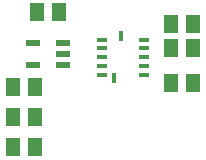
<source format=gbr>
G04 EAGLE Gerber RS-274X export*
G75*
%MOMM*%
%FSLAX34Y34*%
%LPD*%
%INSolderpaste Top*%
%IPPOS*%
%AMOC8*
5,1,8,0,0,1.08239X$1,22.5*%
G01*
%ADD10R,0.805000X0.350000*%
%ADD11R,0.400000X0.805000*%
%ADD12R,1.300000X1.500000*%
%ADD13R,1.200000X0.550000*%


D10*
X96575Y142000D03*
X96575Y134500D03*
X96575Y127000D03*
X96575Y119500D03*
X96575Y112000D03*
X132025Y112000D03*
X132025Y119500D03*
X132025Y127000D03*
X132025Y134500D03*
X132025Y142000D03*
D11*
X107150Y109275D03*
X112300Y144725D03*
D12*
X154800Y104900D03*
X173800Y104900D03*
X40060Y50800D03*
X21060Y50800D03*
D13*
X63801Y120200D03*
X63801Y129700D03*
X63801Y139200D03*
X37799Y139200D03*
X37799Y120200D03*
D12*
X60300Y165100D03*
X41300Y165100D03*
X39900Y101600D03*
X20900Y101600D03*
X39900Y76200D03*
X20900Y76200D03*
X154800Y155500D03*
X173800Y155500D03*
X154800Y135100D03*
X173800Y135100D03*
M02*

</source>
